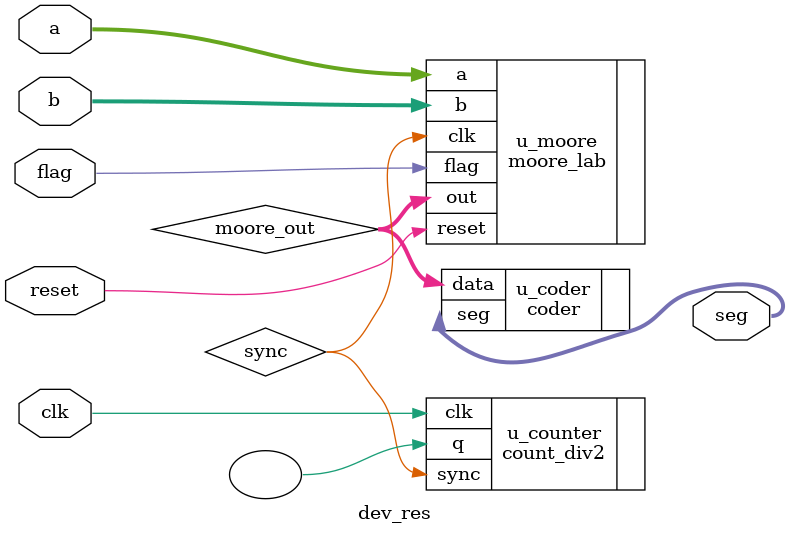
<source format=v>
module dev_res(
    input  wire clk, reset,
    input  wire flag,
    input  wire [2:0] a, b,
    output wire [6:0] seg
);

wire [3:0] moore_out;
wire sync;
 
count_div2 u_counter (
    .clk (clk),
    .sync(sync),
    .q   ()
);

moore_lab u_moore (
    .clk  (sync),
    .flag (flag),
    .reset(reset),
    .a    (a),
    .b    (b),
    .out  (moore_out)
);

coder u_coder (
    .data(moore_out),
    .seg (seg)
);

endmodule

</source>
